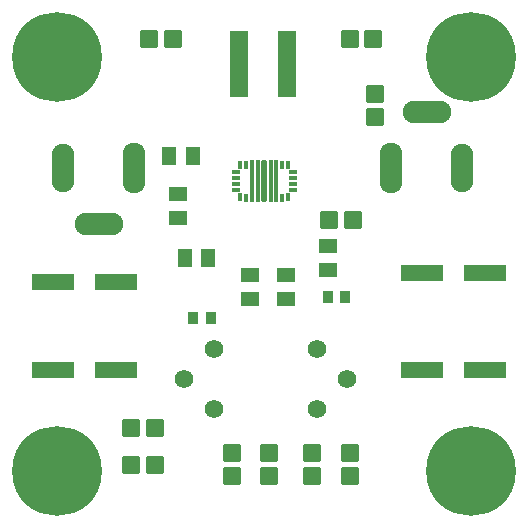
<source format=gts>
G04 Layer: TopSolderMaskLayer*
G04 EasyEDA Pro v2.2.43.4, 2025-10-30 16:07:04*
G04 Gerber Generator version 0.3*
G04 Scale: 100 percent, Rotated: No, Reflected: No*
G04 Dimensions in millimeters*
G04 Leading zeros omitted, absolute positions, 4 integers and 5 decimals*
G04 Generated by one-click*
%FSLAX45Y45*%
%MOMM*%
%AMRoundRect*1,1,$1,$2,$3*1,1,$1,$4,$5*1,1,$1,0-$2,0-$3*1,1,$1,0-$4,0-$5*20,1,$1,$2,$3,$4,$5,0*20,1,$1,$4,$5,0-$2,0-$3,0*20,1,$1,0-$2,0-$3,0-$4,0-$5,0*20,1,$1,0-$4,0-$5,$2,$3,0*4,1,4,$2,$3,$4,$5,0-$2,0-$3,0-$4,0-$5,$2,$3,0*%
%ADD10RoundRect,0.09495X-0.70833X0.67833X0.70833X0.67833*%
%ADD11RoundRect,0.09424X-1.75367X0.60368X1.75367X0.60368*%
%ADD12RoundRect,0.09495X-0.67833X-0.70833X-0.67833X0.70833*%
%ADD13O,1.9016X4.30159*%
%ADD14O,1.9016X4.10159*%
%ADD15O,4.10159X1.9016*%
%ADD16RoundRect,0.09516X-0.70322X2.75321X0.70322X2.75321*%
%ADD17RoundRect,0.07882X-0.31139X0.13639X0.31139X0.13639*%
%ADD18RoundRect,0.0873X-0.13639X0.33639X0.13639X0.33639*%
%ADD19RoundRect,0.07882X-0.13639X0.33639X0.13639X0.33639*%
%ADD20RoundRect,0.07882X-0.13639X0.31139X0.13639X0.31139*%
%ADD21RoundRect,0.07882X-0.13639X1.71138X0.13639X1.71138*%
%ADD22RoundRect,0.08224X-0.17468X1.70968X0.17468X1.70968*%
%ADD23C,7.6016*%
%ADD24RoundRect,0.09387X-0.69237X-0.57013X-0.69237X0.57013*%
%ADD25RoundRect,0.09387X-0.57013X0.69237X0.57013X0.69237*%
%ADD26RoundRect,0.09131X-0.40514X0.45514X0.40514X0.45514*%
%ADD27RoundRect,0.09138X-0.40835X0.43711X0.40835X0.43711*%
%ADD28C,1.56398*%
G75*


G04 Pad Start*
G54D10*
G01X1325000Y550000D03*
G01X1125000Y550000D03*
G54D11*
G01X4116987Y2174988D03*
G01X3583003Y2174988D03*
G01X4116987Y1349987D03*
G01X3583003Y1349987D03*
G54D12*
G01X2652067Y650000D03*
G01X2652067Y450000D03*
G54D13*
G01X1149999Y3060166D03*
G54D14*
G01X550001Y3060166D03*
G54D15*
G01X849975Y2589834D03*
G54D13*
G01X3325001Y3064834D03*
G54D14*
G01X3925000Y3064834D03*
G54D15*
G01X3625026Y3535166D03*
G54D16*
G01X2442006Y3945000D03*
G01X2037994Y3945000D03*
G54D17*
G01X2010001Y3025006D03*
G01X2010001Y2974994D03*
G01X2010001Y2925007D03*
G01X2010001Y2874994D03*
G54D19*
G01X2046000Y2812500D03*
G54D20*
G01X2096013Y2810000D03*
G54D21*
G01X2146000Y2950000D03*
G01X2196012Y2950000D03*
G54D22*
G01X2250000Y2950000D03*
G54D21*
G01X2304013Y2950000D03*
G01X2354000Y2950000D03*
G54D20*
G01X2404013Y2810000D03*
G54D19*
G01X2454000Y2812500D03*
G54D17*
G01X2490000Y2874994D03*
G01X2490000Y2925007D03*
G01X2490000Y2974994D03*
G01X2490000Y3025006D03*
G54D19*
G01X2454000Y3087501D03*
G54D20*
G01X2404013Y3090000D03*
G54D19*
G01X2046000Y3087501D03*
G54D20*
G01X2095987Y3090000D03*
G54D23*
G01X500000Y500000D03*
G01X500000Y4000000D03*
G01X4000000Y4000000D03*
G01X4000000Y500000D03*
G54D12*
G01X3186109Y3691997D03*
G01X3186109Y3491997D03*
G54D24*
G01X1523822Y2840655D03*
G01X1523822Y2640655D03*
G01X2788436Y2201410D03*
G01X2788436Y2401409D03*
G54D25*
G01X1645969Y3166997D03*
G01X1445969Y3166997D03*
G01X1778502Y2300068D03*
G01X1578503Y2300068D03*
G54D10*
G01X1274249Y4156918D03*
G01X1474249Y4156918D03*
G01X3174465Y4156918D03*
G01X2974466Y4156918D03*
G54D26*
G01X2933099Y1973227D03*
G01X2793094Y1973227D03*
G54D10*
G01X3000000Y2625000D03*
G01X2800000Y2625000D03*
G54D11*
G01X458013Y2100013D03*
G01X991997Y2100013D03*
G01X458013Y1350013D03*
G01X991997Y1350013D03*
G54D10*
G01X1326288Y859315D03*
G01X1126288Y859315D03*
G54D12*
G01X2293777Y650000D03*
G01X2293777Y450000D03*
G01X1976737Y650000D03*
G01X1976737Y450000D03*
G01X2975000Y650000D03*
G01X2975000Y450000D03*
G54D27*
G01X1649021Y1788621D03*
G01X1799694Y1788621D03*
G54D24*
G01X2434202Y2153021D03*
G01X2434202Y1953021D03*
G01X2134202Y1951680D03*
G01X2134202Y2151679D03*
G54D28*
G01X1827000Y1529000D03*
G01X1573000Y1275000D03*
G01X1827000Y1021000D03*
G01X2698000Y1021000D03*
G01X2952000Y1275000D03*
G01X2698000Y1529000D03*
G04 Pad End*

M02*


</source>
